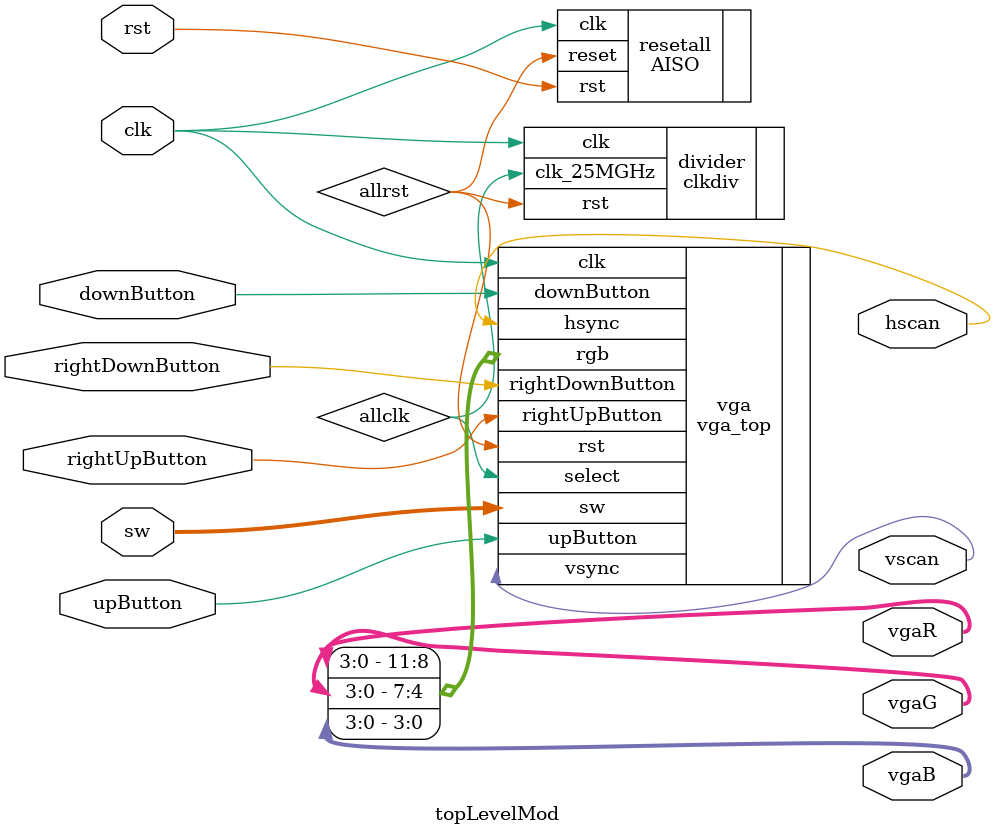
<source format=v>
`timescale 1ns / 1ps
module topLevelMod(clk,rst,sw,hscan,vscan,vgaR, vgaG, vgaB,upButton, downButton, rightUpButton,rightDownButton);
	input 			clk,rst,upButton, downButton, rightUpButton, rightDownButton;
	input [11:0] 	sw;
	wire 				allclk,allrst;
	output wire			hscan, vscan;
	output wire [3:0] 	vgaR, vgaG, vgaB;
	//wire [9:0] pixel_x,pixel_y;
	
	//AISO
	AISO resetall 		(.rst(rst), .clk(clk), .reset(allrst));
	
	//clock divider
	clkdiv divider 	(.clk(clk), .rst(allrst), .clk_25MGHz(allclk));

	//vga_top
	vga_top vga 		(.clk(clk), .rst(allrst), .select(allclk), .sw(sw[11:0]), .hsync(hscan),
							 .vsync(vscan), .rgb({vgaR[3:0],vgaG[3:0],vgaB[3:0]}), .upButton(upButton), .downButton(downButton),.rightUpButton(rightUpButton), .rightDownButton(rightDownButton));
	
endmodule

</source>
